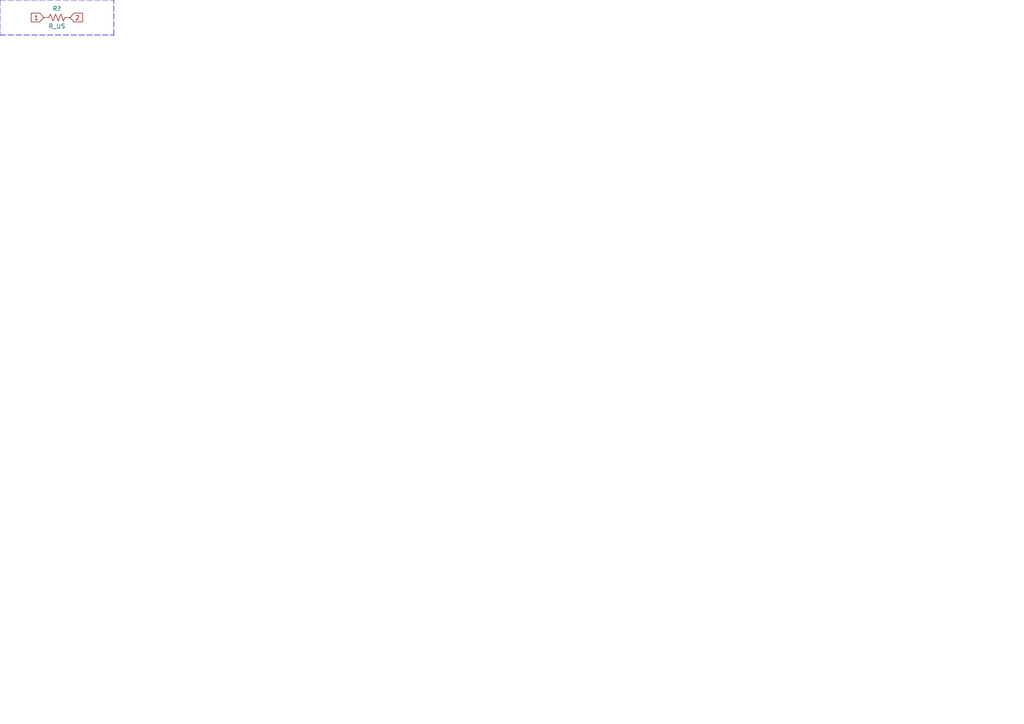
<source format=kicad_sch>
(kicad_sch (version 20201015) (generator eeschema)
  (paper "A4")
  (lib_symbols
    (symbol "Device:R_US" (pin_numbers hide) (pin_names (offset 0))
      (property "Reference" "R" (at 2.54 0 90))
      (property "Value" "R_US" (at -2.54 0 90))
      (symbol "R_US_0_1"
        (polyline (pts (xy 0 -2.286) (xy 0 -2.54)))
        (polyline (pts (xy 0 2.286) (xy 0 2.54)))
        (polyline (pts (xy 0 -0.762) (xy 1.016 -1.143) (xy 0 -1.524) (xy -1.016 -1.905) (xy 0 -2.286)))
        (polyline (pts (xy 0 0.762) (xy 1.016 0.381) (xy 0 0) (xy -1.016 -0.381) (xy 0 -0.762)))
        (polyline (pts (xy 0 2.286) (xy 1.016 1.905) (xy 0 1.524) (xy -1.016 1.143) (xy 0 0.762)))
      )
      (symbol "R_US_1_1"
        (pin passive line (at 0 3.81 270) (length 1.27) (name "~") (number "1"))
        (pin passive line (at 0 -3.81 90) (length 1.27) (name "~") (number "2"))
      )
    )
  )
  (polyline (pts (xy 0 0) (xy 0 10.16)) (stroke (width 0) (type dash)))
  (polyline (pts (xy 0 0) (xy 33.02 0)) (stroke (width 0) (type dash)))
  (polyline (pts (xy 0 10.16) (xy 33.02 10.16)) (stroke (width 0) (type dash)))
  (polyline (pts (xy 33.02 10.16) (xy 33.02 0)) (stroke (width 0) (type dash)))
  (text "D R.*\nF .*\nV .*" (at 0 0 0) (effects (font (size 1.27 1.27)) (justify left bottom)))
  (global_label "1" (shape input) (at 12.7 5.08 180) (property "Intersheet References" "${INTERSHEET_REFS}" (effects hide)))
  (global_label "2" (shape input) (at 20.32 5.08 0) (property "Intersheet References" "${INTERSHEET_REFS}" (effects hide)))
  (symbol (lib_id "Device:R_US") (at 16.51 5.08 90) (unit 1)
    (property "Reference" "R?" (at 16.51 2.54 90))
    (property "Value" "R_US" (at 16.51 7.62 90))
  )
)
</source>
